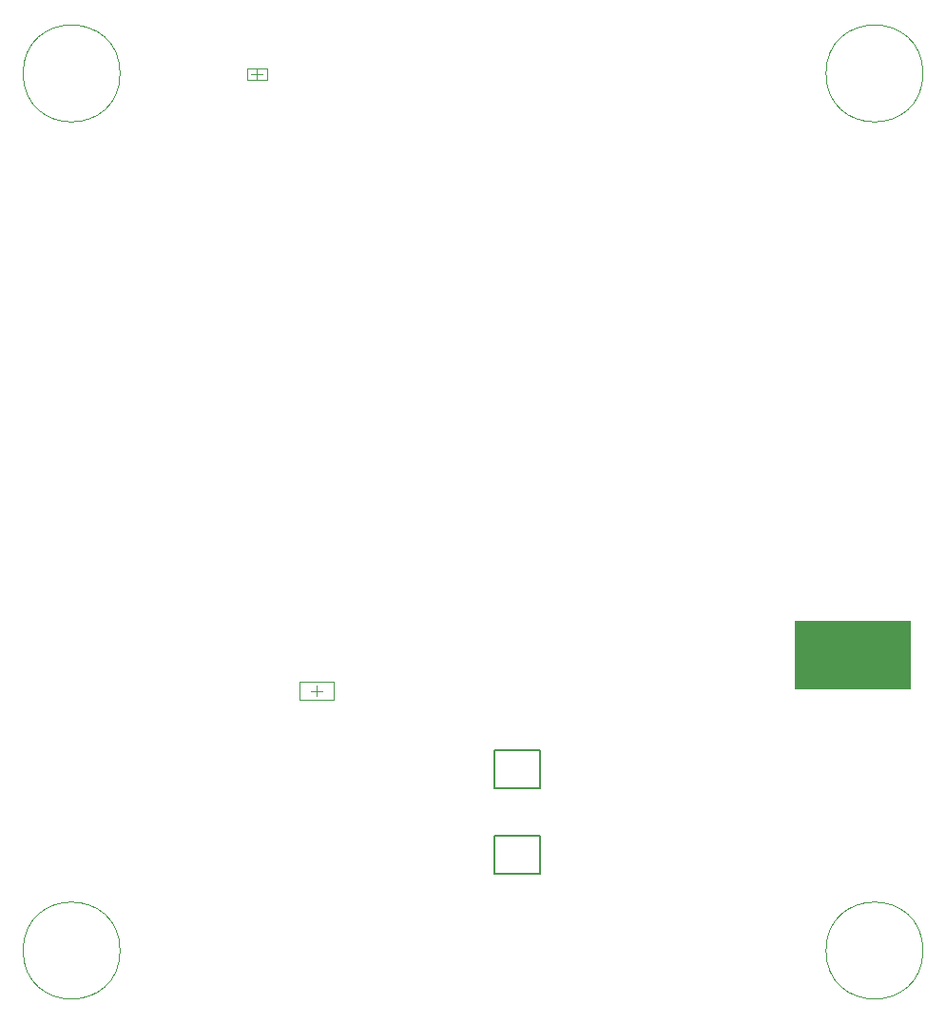
<source format=gbr>
%TF.GenerationSoftware,Altium Limited,Altium Designer,20.0.11 (256)*%
G04 Layer_Color=16711935*
%FSLAX26Y26*%
%MOIN*%
%TF.FileFunction,Other,Top_Courtyard*%
%TF.Part,Single*%
G01*
G75*
%TA.AperFunction,NonConductor*%
%ADD110C,0.003937*%
%ADD113C,0.007874*%
%ADD159C,0.004000*%
%ADD162C,0.001968*%
G36*
X2729632Y1120000D02*
X3136632D01*
Y1360000D01*
X2729632D01*
Y1120000D01*
D02*
G37*
D110*
X845224Y3257315D02*
Y3296685D01*
X825539Y3277000D02*
X864909D01*
X1033780Y1115748D02*
X1073150D01*
X1053465Y1096063D02*
Y1135433D01*
D113*
X1837992Y773976D02*
Y906024D01*
X1678937D02*
X1837992D01*
X1678937Y773976D02*
X1837992D01*
X1678937D02*
Y906024D01*
X1837992Y473976D02*
Y606024D01*
X1678937D02*
X1837992D01*
X1678937Y473976D02*
Y606024D01*
Y473976D02*
X1837992D01*
D159*
X365000Y205000D02*
G03*
X365000Y205000I-170000J0D01*
G01*
Y3280000D02*
G03*
X365000Y3280000I-170000J0D01*
G01*
X3180000D02*
G03*
X3180000Y3280000I-170000J0D01*
G01*
Y205000D02*
G03*
X3180000Y205000I-170000J0D01*
G01*
D162*
X880658Y3257315D02*
Y3296685D01*
X809791D02*
X880658D01*
X809791Y3257315D02*
X880658D01*
X809791D02*
Y3296685D01*
X1114488Y1084252D02*
Y1147244D01*
X992441D02*
X1114488D01*
X992441Y1084252D02*
X1114488D01*
X992441D02*
Y1147244D01*
%TF.MD5,3fc9cb1b78cc9f14a7d716842c4fcba3*%
M02*

</source>
